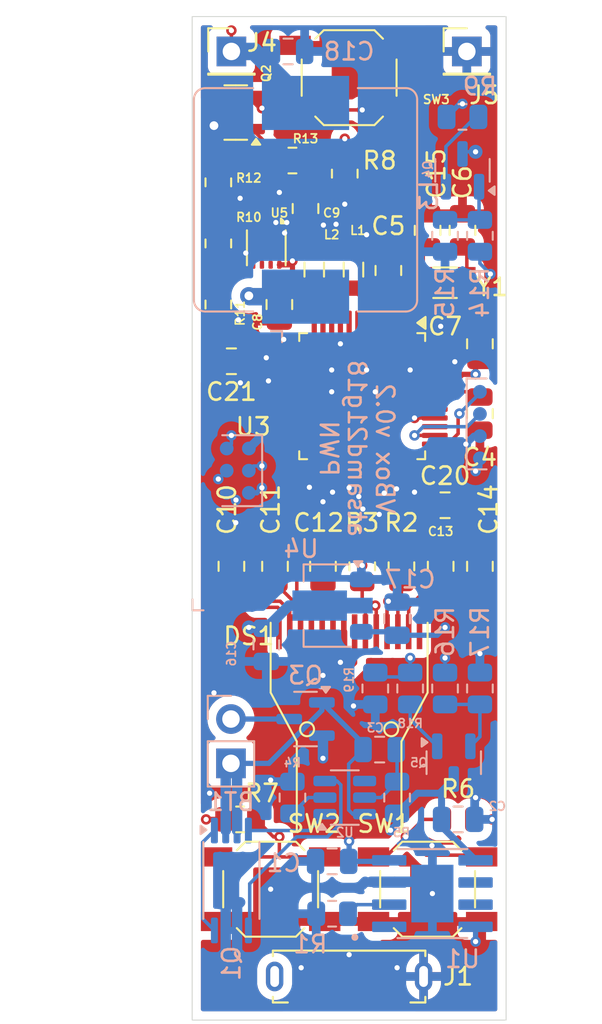
<source format=kicad_pcb>
(kicad_pcb
	(version 20240108)
	(generator "pcbnew")
	(generator_version "8.0")
	(general
		(thickness 1.6)
		(legacy_teardrops no)
	)
	(paper "A4")
	(layers
		(0 "F.Cu" signal)
		(1 "In1.Cu" signal)
		(2 "In2.Cu" signal)
		(31 "B.Cu" signal)
		(32 "B.Adhes" user "B.Adhesive")
		(33 "F.Adhes" user "F.Adhesive")
		(34 "B.Paste" user)
		(35 "F.Paste" user)
		(36 "B.SilkS" user "B.Silkscreen")
		(37 "F.SilkS" user "F.Silkscreen")
		(38 "B.Mask" user)
		(39 "F.Mask" user)
		(40 "Dwgs.User" user "User.Drawings")
		(41 "Cmts.User" user "User.Comments")
		(42 "Eco1.User" user "User.Eco1")
		(43 "Eco2.User" user "User.Eco2")
		(44 "Edge.Cuts" user)
		(45 "Margin" user)
		(46 "B.CrtYd" user "B.Courtyard")
		(47 "F.CrtYd" user "F.Courtyard")
		(48 "B.Fab" user)
		(49 "F.Fab" user)
		(50 "User.1" user)
		(51 "User.2" user)
		(52 "User.3" user)
		(53 "User.4" user)
		(54 "User.5" user)
		(55 "User.6" user)
		(56 "User.7" user)
		(57 "User.8" user)
		(58 "User.9" user)
	)
	(setup
		(stackup
			(layer "F.SilkS"
				(type "Top Silk Screen")
			)
			(layer "F.Paste"
				(type "Top Solder Paste")
			)
			(layer "F.Mask"
				(type "Top Solder Mask")
				(thickness 0.01)
			)
			(layer "F.Cu"
				(type "copper")
				(thickness 0.035)
			)
			(layer "dielectric 1"
				(type "prepreg")
				(thickness 0.1)
				(material "FR4")
				(epsilon_r 4.5)
				(loss_tangent 0.02)
			)
			(layer "In1.Cu"
				(type "copper")
				(thickness 0.035)
			)
			(layer "dielectric 2"
				(type "core")
				(thickness 1.24)
				(material "FR4")
				(epsilon_r 4.5)
				(loss_tangent 0.02)
			)
			(layer "In2.Cu"
				(type "copper")
				(thickness 0.035)
			)
			(layer "dielectric 3"
				(type "prepreg")
				(thickness 0.1)
				(material "FR4")
				(epsilon_r 4.5)
				(loss_tangent 0.02)
			)
			(layer "B.Cu"
				(type "copper")
				(thickness 0.035)
			)
			(layer "B.Mask"
				(type "Bottom Solder Mask")
				(thickness 0.01)
			)
			(layer "B.Paste"
				(type "Bottom Solder Paste")
			)
			(layer "B.SilkS"
				(type "Bottom Silk Screen")
			)
			(copper_finish "None")
			(dielectric_constraints no)
		)
		(pad_to_mask_clearance 0)
		(allow_soldermask_bridges_in_footprints no)
		(grid_origin 86.5 51.25)
		(pcbplotparams
			(layerselection 0x00010fc_ffffffff)
			(plot_on_all_layers_selection 0x0000000_00000000)
			(disableapertmacros no)
			(usegerberextensions no)
			(usegerberattributes yes)
			(usegerberadvancedattributes yes)
			(creategerberjobfile yes)
			(dashed_line_dash_ratio 12.000000)
			(dashed_line_gap_ratio 3.000000)
			(svgprecision 4)
			(plotframeref no)
			(viasonmask no)
			(mode 1)
			(useauxorigin no)
			(hpglpennumber 1)
			(hpglpenspeed 20)
			(hpglpendiameter 15.000000)
			(pdf_front_fp_property_popups yes)
			(pdf_back_fp_property_popups yes)
			(dxfpolygonmode yes)
			(dxfimperialunits yes)
			(dxfusepcbnewfont yes)
			(psnegative no)
			(psa4output no)
			(plotreference yes)
			(plotvalue yes)
			(plotfptext yes)
			(plotinvisibletext no)
			(sketchpadsonfab no)
			(subtractmaskfromsilk no)
			(outputformat 1)
			(mirror no)
			(drillshape 0)
			(scaleselection 1)
			(outputdirectory "./vbox-v0.2")
		)
	)
	(net 0 "")
	(net 1 "+BATT")
	(net 2 "Net-(U2-VCC)")
	(net 3 "unconnected-(J1-CC1-PadA5)")
	(net 4 "unconnected-(J1-CC2-PadB5)")
	(net 5 "RXD")
	(net 6 "TXD")
	(net 7 "MISO")
	(net 8 "RESET")
	(net 9 "SCK")
	(net 10 "MOSI")
	(net 11 "Net-(U5-SW)")
	(net 12 "Net-(U2-OD)")
	(net 13 "Net-(Q1-Pad1)")
	(net 14 "Net-(U2-OC)")
	(net 15 "Net-(Q2-G)")
	(net 16 "Net-(U1-PROG)")
	(net 17 "Net-(U2-CS)")
	(net 18 "moins")
	(net 19 "plus")
	(net 20 "fire")
	(net 21 "Net-(U5-FB)")
	(net 22 "PWM")
	(net 23 "unconnected-(U1-TEMP-Pad1)")
	(net 24 "unconnected-(U2-TD-Pad4)")
	(net 25 "BOOST_EN")
	(net 26 "unconnected-(U5-MODE-Pad6)")
	(net 27 "unconnected-(U1-~{CHRG}-Pad7)")
	(net 28 "unconnected-(U1-~{STDBY}-Pad6)")
	(net 29 "Net-(DS1-C2P)")
	(net 30 "Net-(DS1-C2N)")
	(net 31 "Net-(DS1-C1P)")
	(net 32 "Net-(DS1-C1N)")
	(net 33 "Net-(DS1-N.C.)")
	(net 34 "Net-(DS1-VCOMH)")
	(net 35 "Net-(DS1-VCC)")
	(net 36 "Net-(DS1-IREF)")
	(net 37 "Net-(DS1-RES#)")
	(net 38 "SDA")
	(net 39 "SCL")
	(net 40 "+USB5V")
	(net 41 "+5V")
	(net 42 "/-BT1")
	(net 43 "/+BT1")
	(net 44 "Net-(U3-VDDCORE)")
	(net 45 "unconnected-(U3-PA07-Pad12)")
	(net 46 "unconnected-(U3-PA28-Pad41)")
	(net 47 "unconnected-(U3-PB03-Pad48)")
	(net 48 "unconnected-(U3-PB08-Pad7)")
	(net 49 "unconnected-(U3-PB11-Pad20)")
	(net 50 "unconnected-(U3-PB02-Pad47)")
	(net 51 "unconnected-(U3-PB09-Pad8)")
	(net 52 "unconnected-(U3-PA05-Pad10)")
	(net 53 "unconnected-(U3-PA06-Pad11)")
	(net 54 "+3.3V")
	(net 55 "Net-(U3-VDDANA)")
	(net 56 "Net-(U3-PA00)")
	(net 57 "Net-(U3-PA01)")
	(net 58 "unconnected-(U3-PA12-Pad21)")
	(net 59 "unconnected-(U3-PB10-Pad19)")
	(net 60 "ss")
	(net 61 "coil+")
	(net 62 "Net-(Q4-S)")
	(net 63 "Net-(Q4-G)")
	(net 64 "Net-(Q5-G)")
	(net 65 "Net-(Q5-D)")
	(net 66 "batV")
	(net 67 "GND")
	(net 68 "CoilResSw")
	(net 69 "BatVoltSw")
	(net 70 "unconnected-(U3-PA03-Pad4)")
	(net 71 "unconnected-(U3-PA13-Pad22)")
	(net 72 "unconnected-(U3-PA27-Pad39)")
	(net 73 "unconnected-(U3-PA15-Pad24)")
	(net 74 "unconnected-(U3-PA10-Pad15)")
	(net 75 "unconnected-(U3-PA11-Pad16)")
	(net 76 "unconnected-(U3-PA14-Pad23)")
	(net 77 "unconnected-(U3-PA02-Pad3)")
	(net 78 "Net-(Q2-D)")
	(footprint "My_footprint:oled DD-9616BE-3A_fliped(folded)" (layer "F.Cu") (at 95.5 85.484))
	(footprint "Resistor_SMD:R_0805_2012Metric" (layer "F.Cu") (at 95.25 60.25 -90))
	(footprint "Inductor_SMD:L_0805_2012Metric" (layer "F.Cu") (at 93.5 65.75 90))
	(footprint "Capacitor_SMD:C_0805_2012Metric" (layer "F.Cu") (at 97.75 65.8 90))
	(footprint "Resistor_SMD:R_0805_2012Metric" (layer "F.Cu") (at 88 67.75 -90))
	(footprint "Capacitor_SMD:C_0805_2012Metric" (layer "F.Cu") (at 88.75 71 180))
	(footprint "Resistor_SMD:R_0805_2012Metric" (layer "F.Cu") (at 96.25 82.75 90))
	(footprint "Resistor_SMD:R_0805_2012Metric" (layer "F.Cu") (at 98.5 82.75 -90))
	(footprint "Package_TO_SOT_SMD:SOT-23" (layer "F.Cu") (at 89 56.75 180))
	(footprint "Resistor_SMD:R_0805_2012Metric" (layer "F.Cu") (at 101.75 97.25 180))
	(footprint "Resistor_SMD:R_0805_2012Metric" (layer "F.Cu") (at 88 64.25 -90))
	(footprint "Capacitor_SMD:C_0805_2012Metric" (layer "F.Cu") (at 100.75 82.75 -90))
	(footprint "Capacitor_SMD:C_0805_2012Metric" (layer "F.Cu") (at 91.25 82.75 -90))
	(footprint "Package_DFN_QFN:Texas_RWU0007A_VQFN-7_2x2mm_P0.5mm" (layer "F.Cu") (at 90.75 64.5 -90))
	(footprint "Button_Switch_SMD:SW_SPST_SKQG_WithStem" (layer "F.Cu") (at 100 101.25))
	(footprint "Capacitor_SMD:C_0805_2012Metric" (layer "F.Cu") (at 102 63.5 -90))
	(footprint "Capacitor_SMD:C_0805_2012Metric" (layer "F.Cu") (at 94 82.75 -90))
	(footprint "Button_Switch_SMD:SW_SPST_SKQG_WithoutStem" (layer "F.Cu") (at 95.5 54.75 180))
	(footprint "Resistor_SMD:R_0805_2012Metric" (layer "F.Cu") (at 88 60.75 90))
	(footprint "Capacitor_SMD:C_0805_2012Metric" (layer "F.Cu") (at 103 70 -90))
	(footprint "Inductor_SMD:L_0805_2012Metric" (layer "F.Cu") (at 95.75 65.75 90))
	(footprint "Capacitor_SMD:C_0805_2012Metric" (layer "F.Cu") (at 100 63.5 -90))
	(footprint "Package_QFP:TQFP-48_7x7mm_P0.5mm" (layer "F.Cu") (at 96.25 73 -90))
	(footprint "Connector_PinHeader_2.54mm:PinHeader_1x01_P2.54mm_Vertical" (layer "F.Cu") (at 102.25 53.25))
	(footprint "Capacitor_SMD:C_0805_2012Metric" (layer "F.Cu") (at 103 82.75 -90))
	(footprint "Button_Switch_SMD:SW_SPST_SKQG_WithoutStem" (layer "F.Cu") (at 91 101.25))
	(footprint "Capacitor_SMD:C_0805_2012Metric" (layer "F.Cu") (at 93 62.25 -90))
	(footprint "My_footprint:CUI_UJC-VP-3-SMT-TR" (layer "F.Cu") (at 95.5 106.25 180))
	(footprint "Capacitor_SMD:C_0805_2012Metric" (layer "F.Cu") (at 91.5 67.75 -90))
	(footprint "Crystal:Crystal_SMD_3215-2Pin_3.2x1.5mm" (layer "F.Cu") (at 101 66.5))
	(footprint "Connector_PinHeader_2.54mm:PinHeader_1x01_P2.54mm_Vertical" (layer "F.Cu") (at 88.75 53.25))
	(footprint "Resistor_SMD:R_0805_2012Metric" (layer "F.Cu") (at 92.25 59.5 180))
	(footprint "Capacitor_SMD:C_0805_2012Metric" (layer "F.Cu") (at 101 79.25))
	(footprint "Capacitor_SMD:C_0805_2012Metric" (layer "F.Cu") (at 88.75 82.75 -90))
	(footprint "Capacitor_SMD:C_0805_2012Metric" (layer "F.Cu") (at 103 74 -90))
	(footprint "Resistor_SMD:R_0805_2012Metric"
		(layer "F.Cu")
		(uuid "fffa4e0c-2325-44c6-bdf7-8e4595cce474")
		(at 89.25 97.25)
		(descr "Resistor SMD 0805 (2012 Metric), square (rectangular) end terminal, IPC_7351 nominal, (Body size source: IPC-SM-782 page 72, https://www.pcb-3d.com/wordpress/wp-content/uploads/ipc-sm-782a_amendment_1_and_2.pdf), generated with kicad-footprint-generator")
		(tags "resistor")
		(property "Reference" "R7"
			(at 1.25 -1.5 0)
			(layer "F.SilkS")
			(uuid "b1533e0a-97e6-486a-917e-cfe7cd96c4c8")
			(effects
				(font
					(size 1 1)
					(thickness 0.15)
				)
			)
		)
		(property "Value" "10K"
			(at 0 1.65 0)
			(layer "F.Fab")
			(uuid "13245b26-5829-4e92-90c6-b61bbd626617")
			(effects
				(font
					(size 1 1)
					(thickness 0.15)
				)
			)
		)
		(property "Footprint" "Resistor_SMD:R_0805_2012Metric"
			(at 0 0 0)
			(unlocked yes)
			(layer "F.Fab")
			(hide yes)
			(uuid "1eaf695f-1359-4561-9230-31e8797786e6")
			(effects
				(font
					(size 1.27 1.27)
					(thickness 0.15)
				)
			)
		)
		(property "Datasheet" ""
			(at 0 0 0)
			(unlocked yes)
			(layer "F.Fab")
			(hide yes)
			(uuid "372cfab7-798f-4b8f-a35d-1278eb9c3a80")
			(effects
				(font
					(size 1.27 1.27)
					(thickness 0.15)
				)
			)
		)
		(property "Description" ""
			(at 0 0 0)
			(unlocked yes)
			(layer "F.Fab")
			(hide yes)
			(uuid "7c26a104-4e52-43ad-80ba-ec9779ed5fd9")
			(effects
				(font
					(size 1.27 1.27)
					(thickness 0.15)
				)
			)
		)
		(property ki_fp_filters "R_*")
		(path "/e0a2c4e9-402f-4e57-9a7d-ff55a208615d")
		(sheetname "Root")
		(sheetfile "boxmod.kicad_sch")
		(attr smd)
		(fp_line
			(start -0.227064 -0.7
... [472432 chars truncated]
</source>
